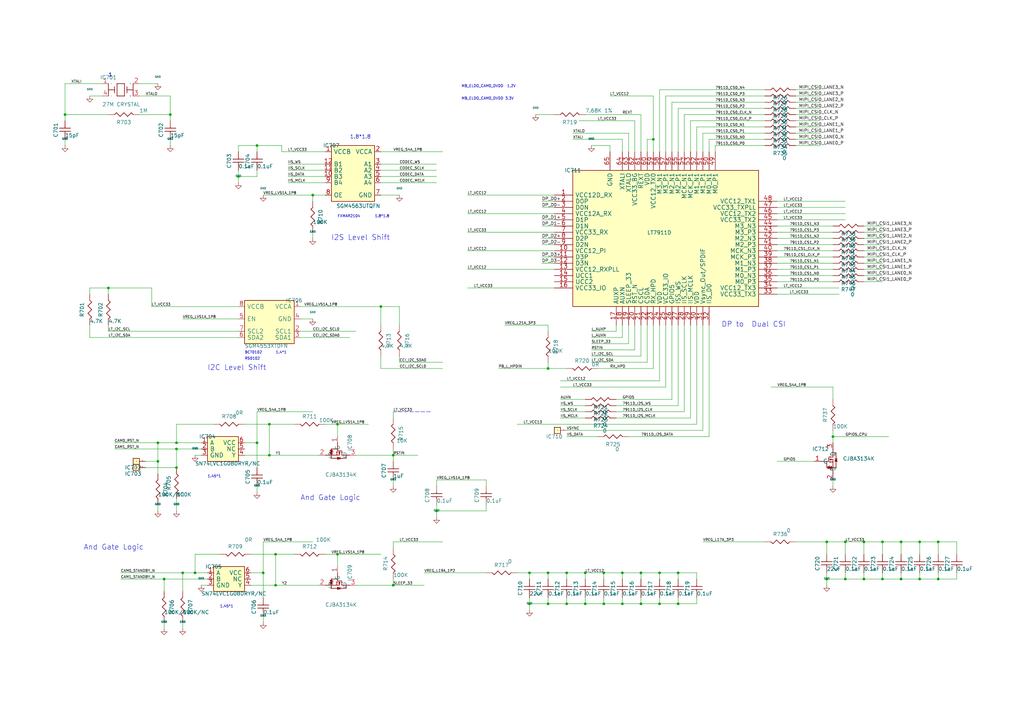
<source format=kicad_sch>
(kicad_sch (version 20211123) (generator eeschema)
  (paper "A3")
  (junction (at 97.79 72.39))
  (junction (at 341.63 179.07))
  (junction (at 138.43 227.33))
  (junction (at 267.97 57.15))
  (junction (at 240.03 234.95))
  (junction (at 72.39 184.15))
  (junction (at 26.67 46.99))
  (junction (at 361.95 237.49))
  (junction (at 369.57 222.25))
  (junction (at 128.27 80.01))
  (junction (at 217.17 234.95))
  (junction (at 110.49 186.69))
  (junction (at 107.95 234.95))
  (junction (at 67.31 237.49))
  (junction (at 247.65 247.65))
  (junction (at 255.27 234.95))
  (junction (at 278.13 234.95))
  (junction (at 69.85 46.99))
  (junction (at 354.33 222.25))
  (junction (at 369.57 237.49))
  (junction (at 156.21 125.73))
  (junction (at 179.07 209.55))
  (junction (at 113.03 227.33))
  (junction (at 44.45 118.11))
  (junction (at 339.09 222.25))
  (junction (at 72.39 191.77))
  (junction (at 354.33 237.49))
  (junction (at 240.03 247.65))
  (junction (at 138.43 173.99))
  (junction (at 346.71 222.25))
  (junction (at 377.19 237.49))
  (junction (at 232.41 247.65))
  (junction (at 232.41 234.95))
  (junction (at 224.79 234.95))
  (junction (at 247.65 234.95))
  (junction (at 262.89 234.95))
  (junction (at 339.09 237.49))
  (junction (at 110.49 173.99))
  (junction (at 161.29 240.03))
  (junction (at 161.29 186.69))
  (junction (at 64.77 189.23))
  (junction (at 224.79 247.65))
  (junction (at 270.51 234.95))
  (junction (at 72.39 181.61))
  (junction (at 105.41 59.69))
  (junction (at 384.81 237.49))
  (junction (at 74.93 234.95))
  (junction (at 270.51 247.65))
  (junction (at 262.89 247.65))
  (junction (at 346.71 237.49))
  (junction (at 80.01 234.95))
  (junction (at 255.27 247.65))
  (junction (at 64.77 181.61))
  (junction (at 217.17 247.65))
  (junction (at 361.95 222.25))
  (junction (at 384.81 222.25))
  (junction (at 377.19 222.25))
  (junction (at 113.03 240.03))
  (junction (at 105.41 181.61))
  (junction (at 278.13 247.65))
  (junction (at 224.79 151.13))
  (wire (pts (xy 234.95 57.15) (xy 255.27 57.15)))
  (wire (pts (xy 288.29 133.35) (xy 288.29 176.53)))
  (wire (pts (xy 237.49 49.53) (xy 260.35 49.53)))
  (wire (pts (xy 67.31 237.49) (xy 49.53 237.49)))
  (wire (pts (xy 217.17 234.95) (xy 212.09 234.95)))
  (wire (pts (xy 113.03 227.33) (xy 113.03 240.03)))
  (wire (pts (xy 105.41 59.69) (xy 105.41 62.23)))
  (wire (pts (xy 156.21 69.85) (xy 179.07 69.85)))
  (wire (pts (xy 313.69 59.69) (xy 293.37 59.69)))
  (wire (pts (xy 120.65 173.99) (xy 110.49 173.99)))
  (wire (pts (xy 392.43 237.49) (xy 384.81 237.49)))
  (wire (pts (xy 113.03 240.03) (xy 102.87 240.03)))
  (wire (pts (xy 156.21 125.73) (xy 123.19 125.73)))
  (wire (pts (xy 354.33 234.95) (xy 354.33 237.49)))
  (wire (pts (xy 293.37 59.69) (xy 293.37 62.23)))
  (wire (pts (xy 384.81 234.95) (xy 384.81 237.49)))
  (wire (pts (xy 285.75 247.65) (xy 278.13 247.65)))
  (wire (pts (xy 217.17 234.95) (xy 217.17 237.49)))
  (wire (pts (xy 224.79 133.35) (xy 207.01 133.35)))
  (wire (pts (xy 316.23 158.75) (xy 341.63 158.75)))
  (wire (pts (xy 240.03 245.11) (xy 240.03 247.65)))
  (wire (pts (xy 191.77 118.11) (xy 227.33 118.11)))
  (wire (pts (xy 133.35 80.01) (xy 128.27 80.01)))
  (wire (pts (xy 250.19 39.37) (xy 267.97 39.37)))
  (wire (pts (xy 361.95 222.25) (xy 354.33 222.25)))
  (wire (pts (xy 105.41 69.85) (xy 105.41 72.39)))
  (wire (pts (xy 265.43 133.35) (xy 265.43 148.59)))
  (wire (pts (xy 222.25 105.41) (xy 227.33 105.41)))
  (wire (pts (xy 36.83 118.11) (xy 44.45 118.11)))
  (wire (pts (xy 290.83 57.15) (xy 290.83 62.23)))
  (wire (pts (xy 69.85 39.37) (xy 69.85 46.99)))
  (wire (pts (xy 82.55 184.15) (xy 72.39 184.15)))
  (wire (pts (xy 273.05 39.37) (xy 313.69 39.37)))
  (wire (pts (xy 191.77 95.25) (xy 227.33 95.25)))
  (wire (pts (xy 278.13 234.95) (xy 278.13 237.49)))
  (wire (pts (xy 191.77 80.01) (xy 227.33 80.01)))
  (wire (pts (xy 128.27 168.91) (xy 105.41 168.91)))
  (wire (pts (xy 123.19 130.81) (xy 128.27 130.81)))
  (wire (pts (xy 318.77 105.41) (xy 341.63 105.41)))
  (wire (pts (xy 156.21 151.13) (xy 181.61 151.13)))
  (wire (pts (xy 275.59 163.83) (xy 252.73 163.83)))
  (wire (pts (xy 285.75 234.95) (xy 278.13 234.95)))
  (wire (pts (xy 273.05 133.35) (xy 273.05 158.75)))
  (wire (pts (xy 280.67 133.35) (xy 280.67 168.91)))
  (wire (pts (xy 156.21 227.33) (xy 138.43 227.33)))
  (wire (pts (xy 262.89 133.35) (xy 262.89 146.05)))
  (wire (pts (xy 341.63 196.85) (xy 341.63 199.39)))
  (wire (pts (xy 240.03 46.99) (xy 262.89 46.99)))
  (wire (pts (xy 326.39 54.61) (xy 336.55 54.61)))
  (wire (pts (xy 156.21 80.01) (xy 163.83 80.01)))
  (wire (pts (xy 57.15 46.99) (xy 69.85 46.99)))
  (wire (pts (xy 369.57 234.95) (xy 369.57 237.49)))
  (wire (pts (xy 80.01 186.69) (xy 82.55 186.69)))
  (wire (pts (xy 260.35 49.53) (xy 260.35 62.23)))
  (wire (pts (xy 173.99 234.95) (xy 199.39 234.95)))
  (wire (pts (xy 346.71 234.95) (xy 346.71 237.49)))
  (wire (pts (xy 26.67 34.29) (xy 26.67 46.99)))
  (wire (pts (xy 377.19 222.25) (xy 369.57 222.25)))
  (wire (pts (xy 283.21 133.35) (xy 283.21 171.45)))
  (wire (pts (xy 346.71 237.49) (xy 339.09 237.49)))
  (wire (pts (xy 161.29 240.03) (xy 146.05 240.03)))
  (wire (pts (xy 72.39 184.15) (xy 46.99 184.15)))
  (wire (pts (xy 97.79 72.39) (xy 97.79 74.93)))
  (wire (pts (xy 191.77 87.63) (xy 227.33 87.63)))
  (wire (pts (xy 290.83 57.15) (xy 313.69 57.15)))
  (wire (pts (xy 318.77 95.25) (xy 341.63 95.25)))
  (wire (pts (xy 110.49 173.99) (xy 100.33 173.99)))
  (wire (pts (xy 273.05 39.37) (xy 273.05 62.23)))
  (wire (pts (xy 217.17 247.65) (xy 217.17 250.19)))
  (wire (pts (xy 156.21 74.93) (xy 179.07 74.93)))
  (wire (pts (xy 326.39 46.99) (xy 336.55 46.99)))
  (wire (pts (xy 318.77 120.65) (xy 344.17 120.65)))
  (wire (pts (xy 156.21 67.31) (xy 179.07 67.31)))
  (wire (pts (xy 240.03 234.95) (xy 240.03 237.49)))
  (wire (pts (xy 224.79 148.59) (xy 224.79 151.13)))
  (wire (pts (xy 64.77 189.23) (xy 64.77 194.31)))
  (wire (pts (xy 285.75 133.35) (xy 285.75 173.99)))
  (wire (pts (xy 163.83 133.35) (xy 163.83 125.73)))
  (wire (pts (xy 110.49 173.99) (xy 110.49 186.69)))
  (wire (pts (xy 354.33 222.25) (xy 354.33 227.33)))
  (wire (pts (xy 222.25 97.79) (xy 227.33 97.79)))
  (wire (pts (xy 59.69 189.23) (xy 64.77 189.23)))
  (wire (pts (xy 128.27 80.01) (xy 107.95 80.01)))
  (wire (pts (xy 72.39 191.77) (xy 59.69 191.77)))
  (wire (pts (xy 318.77 115.57) (xy 341.63 115.57)))
  (wire (pts (xy 280.67 46.99) (xy 313.69 46.99)))
  (wire (pts (xy 232.41 245.11) (xy 232.41 247.65)))
  (wire (pts (xy 72.39 173.99) (xy 72.39 181.61)))
  (wire (pts (xy 285.75 52.07) (xy 285.75 62.23)))
  (wire (pts (xy 44.45 135.89) (xy 97.79 135.89)))
  (wire (pts (xy 354.33 105.41) (xy 361.95 105.41)))
  (wire (pts (xy 179.07 207.01) (xy 179.07 209.55)))
  (wire (pts (xy 62.23 125.73) (xy 97.79 125.73)))
  (wire (pts (xy 36.83 120.65) (xy 36.83 118.11)))
  (wire (pts (xy 262.89 234.95) (xy 255.27 234.95)))
  (wire (pts (xy 354.33 237.49) (xy 346.71 237.49)))
  (wire (pts (xy 232.41 151.13) (xy 224.79 151.13)))
  (wire (pts (xy 130.81 240.03) (xy 113.03 240.03)))
  (wire (pts (xy 377.19 234.95) (xy 377.19 237.49)))
  (wire (pts (xy 57.15 34.29) (xy 64.77 34.29)))
  (wire (pts (xy 290.83 133.35) (xy 290.83 179.07)))
  (wire (pts (xy 100.33 181.61) (xy 105.41 181.61)))
  (wire (pts (xy 341.63 179.07) (xy 364.49 179.07)))
  (wire (pts (xy 191.77 110.49) (xy 227.33 110.49)))
  (wire (pts (xy 128.27 80.01) (xy 128.27 82.55)))
  (wire (pts (xy 242.57 138.43) (xy 255.27 138.43)))
  (wire (pts (xy 369.57 237.49) (xy 361.95 237.49)))
  (wire (pts (xy 26.67 46.99) (xy 44.45 46.99)))
  (wire (pts (xy 118.11 74.93) (xy 133.35 74.93)))
  (wire (pts (xy 69.85 46.99) (xy 69.85 49.53)))
  (wire (pts (xy 156.21 146.05) (xy 156.21 151.13)))
  (wire (pts (xy 44.45 118.11) (xy 62.23 118.11)))
  (wire (pts (xy 270.51 245.11) (xy 270.51 247.65)))
  (wire (pts (xy 354.33 97.79) (xy 361.95 97.79)))
  (wire (pts (xy 179.07 196.85) (xy 179.07 199.39)))
  (wire (pts (xy 224.79 151.13) (xy 204.47 151.13)))
  (wire (pts (xy 392.43 227.33) (xy 392.43 222.25)))
  (wire (pts (xy 392.43 222.25) (xy 384.81 222.25)))
  (wire (pts (xy 278.13 133.35) (xy 278.13 166.37)))
  (wire (pts (xy 384.81 222.25) (xy 384.81 227.33)))
  (wire (pts (xy 199.39 199.39) (xy 199.39 196.85)))
  (wire (pts (xy 44.45 118.11) (xy 44.45 120.65)))
  (wire (pts (xy 156.21 62.23) (xy 181.61 62.23)))
  (wire (pts (xy 199.39 196.85) (xy 179.07 196.85)))
  (wire (pts (xy 120.65 227.33) (xy 113.03 227.33)))
  (wire (pts (xy 354.33 113.03) (xy 361.95 113.03)))
  (wire (pts (xy 173.99 240.03) (xy 161.29 240.03)))
  (wire (pts (xy 270.51 234.95) (xy 262.89 234.95)))
  (wire (pts (xy 232.41 234.95) (xy 232.41 237.49)))
  (wire (pts (xy 255.27 245.11) (xy 255.27 247.65)))
  (wire (pts (xy 222.25 107.95) (xy 227.33 107.95)))
  (wire (pts (xy 163.83 146.05) (xy 163.83 148.59)))
  (wire (pts (xy 267.97 151.13) (xy 245.11 151.13)))
  (wire (pts (xy 392.43 234.95) (xy 392.43 237.49)))
  (wire (pts (xy 257.81 133.35) (xy 257.81 140.97)))
  (wire (pts (xy 339.09 222.25) (xy 339.09 227.33)))
  (wire (pts (xy 354.33 115.57) (xy 361.95 115.57)))
  (wire (pts (xy 354.33 92.71) (xy 361.95 92.71)))
  (wire (pts (xy 105.41 181.61) (xy 105.41 191.77)))
  (wire (pts (xy 123.19 135.89) (xy 146.05 135.89)))
  (wire (pts (xy 384.81 237.49) (xy 377.19 237.49)))
  (wire (pts (xy 72.39 184.15) (xy 72.39 191.77)))
  (wire (pts (xy 107.95 222.25) (xy 107.95 234.95)))
  (wire (pts (xy 222.25 100.33) (xy 227.33 100.33)))
  (wire (pts (xy 288.29 222.25) (xy 313.69 222.25)))
  (wire (pts (xy 255.27 57.15) (xy 255.27 62.23)))
  (wire (pts (xy 341.63 176.53) (xy 341.63 179.07)))
  (wire (pts (xy 369.57 222.25) (xy 361.95 222.25)))
  (wire (pts (xy 326.39 57.15) (xy 336.55 57.15)))
  (wire (pts (xy 229.87 163.83) (xy 240.03 163.83)))
  (wire (pts (xy 247.65 234.95) (xy 240.03 234.95)))
  (wire (pts (xy 232.41 179.07) (xy 245.11 179.07)))
  (wire (pts (xy 361.95 234.95) (xy 361.95 237.49)))
  (wire (pts (xy 138.43 227.33) (xy 138.43 232.41)))
  (wire (pts (xy 318.77 189.23) (xy 334.01 189.23)))
  (wire (pts (xy 270.51 36.83) (xy 313.69 36.83)))
  (wire (pts (xy 199.39 209.55) (xy 179.07 209.55)))
  (wire (pts (xy 41.91 34.29) (xy 26.67 34.29)))
  (wire (pts (xy 242.57 135.89) (xy 252.73 135.89)))
  (wire (pts (xy 242.57 148.59) (xy 265.43 148.59)))
  (wire (pts (xy 191.77 102.87) (xy 227.33 102.87)))
  (wire (pts (xy 318.77 118.11) (xy 344.17 118.11)))
  (wire (pts (xy 67.31 255.27) (xy 67.31 257.81)))
  (wire (pts (xy 275.59 133.35) (xy 275.59 163.83)))
  (wire (pts (xy 105.41 199.39) (xy 105.41 201.93)))
  (wire (pts (xy 242.57 59.69) (xy 250.19 59.69)))
  (wire (pts (xy 128.27 95.25) (xy 128.27 97.79)))
  (wire (pts (xy 234.95 54.61) (xy 257.81 54.61)))
  (wire (pts (xy 283.21 171.45) (xy 252.73 171.45)))
  (wire (pts (xy 354.33 110.49) (xy 361.95 110.49)))
  (wire (pts (xy 318.77 113.03) (xy 341.63 113.03)))
  (wire (pts (xy 217.17 245.11) (xy 217.17 247.65)))
  (wire (pts (xy 97.79 69.85) (xy 97.79 72.39)))
  (wire (pts (xy 240.03 247.65) (xy 232.41 247.65)))
  (wire (pts (xy 255.27 234.95) (xy 255.27 237.49)))
  (wire (pts (xy 341.63 158.75) (xy 341.63 163.83)))
  (wire (pts (xy 318.77 82.55) (xy 346.71 82.55)))
  (wire (pts (xy 318.77 85.09) (xy 346.71 85.09)))
  (wire (pts (xy 222.25 85.09) (xy 227.33 85.09)))
  (wire (pts (xy 288.29 54.61) (xy 288.29 62.23)))
  (wire (pts (xy 161.29 186.69) (xy 146.05 186.69)))
  (wire (pts (xy 113.03 227.33) (xy 102.87 227.33)))
  (wire (pts (xy 74.93 130.81) (xy 97.79 130.81)))
  (wire (pts (xy 161.29 222.25) (xy 181.61 222.25)))
  (wire (pts (xy 283.21 49.53) (xy 313.69 49.53)))
  (wire (pts (xy 318.77 90.17) (xy 346.71 90.17)))
  (wire (pts (xy 346.71 222.25) (xy 339.09 222.25)))
  (wire (pts (xy 36.83 138.43) (xy 97.79 138.43)))
  (wire (pts (xy 270.51 36.83) (xy 270.51 62.23)))
  (wire (pts (xy 67.31 237.49) (xy 67.31 242.57)))
  (wire (pts (xy 318.77 92.71) (xy 341.63 92.71)))
  (wire (pts (xy 265.43 57.15) (xy 265.43 62.23)))
  (wire (pts (xy 278.13 234.95) (xy 270.51 234.95)))
  (wire (pts (xy 163.83 148.59) (xy 181.61 148.59)))
  (wire (pts (xy 247.65 247.65) (xy 240.03 247.65)))
  (wire (pts (xy 318.77 107.95) (xy 341.63 107.95)))
  (wire (pts (xy 240.03 234.95) (xy 232.41 234.95)))
  (wire (pts (xy 255.27 234.95) (xy 247.65 234.95)))
  (wire (pts (xy 262.89 245.11) (xy 262.89 247.65)))
  (wire (pts (xy 224.79 245.11) (xy 224.79 247.65)))
  (wire (pts (xy 97.79 59.69) (xy 105.41 59.69)))
  (wire (pts (xy 255.27 247.65) (xy 247.65 247.65)))
  (wire (pts (xy 285.75 52.07) (xy 313.69 52.07)))
  (wire (pts (xy 64.77 181.61) (xy 46.99 181.61)))
  (wire (pts (xy 270.51 247.65) (xy 262.89 247.65)))
  (wire (pts (xy 156.21 125.73) (xy 156.21 133.35)))
  (wire (pts (xy 283.21 49.53) (xy 283.21 62.23)))
  (wire (pts (xy 326.39 59.69) (xy 336.55 59.69)))
  (wire (pts (xy 72.39 181.61) (xy 64.77 181.61)))
  (wire (pts (xy 270.51 133.35) (xy 270.51 156.21)))
  (wire (pts (xy 377.19 222.25) (xy 377.19 227.33)))
  (wire (pts (xy 138.43 227.33) (xy 133.35 227.33)))
  (wire (pts (xy 161.29 224.79) (xy 161.29 222.25)))
  (wire (pts (xy 267.97 133.35) (xy 267.97 151.13)))
  (wire (pts (xy 82.55 240.03) (xy 85.09 240.03)))
  (wire (pts (xy 224.79 234.95) (xy 217.17 234.95)))
  (wire (pts (xy 105.41 59.69) (xy 115.57 59.69)))
  (wire (pts (xy 85.09 234.95) (xy 80.01 234.95)))
  (wire (pts (xy 247.65 245.11) (xy 247.65 247.65)))
  (wire (pts (xy 275.59 41.91) (xy 275.59 62.23)))
  (wire (pts (xy 318.77 102.87) (xy 341.63 102.87)))
  (wire (pts (xy 97.79 62.23) (xy 97.79 59.69)))
  (wire (pts (xy 105.41 168.91) (xy 105.41 181.61)))
  (wire (pts (xy 361.95 237.49) (xy 354.33 237.49)))
  (wire (pts (xy 252.73 135.89) (xy 252.73 133.35)))
  (wire (pts (xy 262.89 247.65) (xy 255.27 247.65)))
  (wire (pts (xy 156.21 72.39) (xy 179.07 72.39)))
  (wire (pts (xy 161.29 186.69) (xy 161.29 189.23)))
  (wire (pts (xy 224.79 247.65) (xy 217.17 247.65)))
  (wire (pts (xy 161.29 168.91) (xy 161.29 171.45)))
  (wire (pts (xy 224.79 234.95) (xy 224.79 237.49)))
  (wire (pts (xy 257.81 54.61) (xy 257.81 62.23)))
  (wire (pts (xy 262.89 146.05) (xy 242.57 146.05)))
  (wire (pts (xy 163.83 125.73) (xy 156.21 125.73)))
  (wire (pts (xy 171.45 186.69) (xy 161.29 186.69)))
  (wire (pts (xy 326.39 39.37) (xy 336.55 39.37)))
  (wire (pts (xy 110.49 186.69) (xy 100.33 186.69)))
  (wire (pts (xy 130.81 186.69) (xy 110.49 186.69)))
  (wire (pts (xy 222.25 90.17) (xy 227.33 90.17)))
  (wire (pts (xy 138.43 173.99) (xy 133.35 173.99)))
  (wire (pts (xy 161.29 237.49) (xy 161.29 240.03)))
  (wire (pts (xy 232.41 234.95) (xy 224.79 234.95)))
  (wire (pts (xy 229.87 171.45) (xy 240.03 171.45)))
  (wire (pts (xy 229.87 166.37) (xy 240.03 166.37)))
  (wire (pts (xy 179.07 209.55) (xy 179.07 212.09)))
  (wire (pts (xy 26.67 57.15) (xy 26.67 59.69)))
  (wire (pts (xy 278.13 247.65) (xy 270.51 247.65)))
  (wire (pts (xy 138.43 173.99) (xy 138.43 179.07)))
  (wire (pts (xy 107.95 252.73) (xy 107.95 255.27)))
  (wire (pts (xy 80.01 227.33) (xy 90.17 227.33)))
  (wire (pts (xy 270.51 234.95) (xy 270.51 237.49)))
  (wire (pts (xy 199.39 207.01) (xy 199.39 209.55)))
  (wire (pts (xy 222.25 92.71) (xy 227.33 92.71)))
  (wire (pts (xy 278.13 245.11) (xy 278.13 247.65)))
  (wire (pts (xy 161.29 196.85) (xy 161.29 199.39)))
  (wire (pts (xy 250.19 59.69) (xy 250.19 62.23)))
  (wire (pts (xy 341.63 179.07) (xy 341.63 181.61)))
  (wire (pts (xy 74.93 234.95) (xy 49.53 234.95)))
  (wire (pts (xy 278.13 44.45) (xy 313.69 44.45)))
  (wire (pts (xy 260.35 133.35) (xy 260.35 143.51)))
  (wire (pts (xy 354.33 100.33) (xy 361.95 100.33)))
  (wire (pts (xy 288.29 54.61) (xy 313.69 54.61)))
  (wire (pts (xy 278.13 166.37) (xy 252.73 166.37)))
  (wire (pts (xy 280.67 46.99) (xy 280.67 62.23)))
  (wire (pts (xy 285.75 245.11) (xy 285.75 247.65)))
  (wire (pts (xy 64.77 207.01) (xy 64.77 209.55)))
  (wire (pts (xy 115.57 62.23) (xy 133.35 62.23)))
  (wire (pts (xy 354.33 107.95) (xy 361.95 107.95)))
  (wire (pts (xy 318.77 87.63) (xy 346.71 87.63)))
  (wire (pts (xy 105.41 72.39) (xy 97.79 72.39)))
  (wire (pts (xy 80.01 234.95) (xy 80.01 227.33)))
  (wire (pts (xy 275.59 41.91) (xy 313.69 41.91)))
  (wire (pts (xy 285.75 173.99) (xy 212.09 173.99)))
  (wire (pts (xy 270.51 156.21) (xy 229.87 156.21)))
  (wire (pts (xy 354.33 95.25) (xy 361.95 95.25)))
  (wire (pts (xy 57.15 39.37) (xy 69.85 39.37)))
  (wire (pts (xy 74.93 255.27) (xy 74.93 257.81)))
  (wire (pts (xy 161.29 184.15) (xy 161.29 186.69)))
  (wire (pts (xy 280.67 168.91) (xy 252.73 168.91)))
  (wire (pts (xy 326.39 44.45) (xy 336.55 44.45)))
  (wire (pts (xy 278.13 44.45) (xy 278.13 62.23)))
  (wire (pts (xy 318.77 110.49) (xy 341.63 110.49)))
  (wire (pts (xy 62.23 118.11) (xy 62.23 125.73)))
  (wire (pts (xy 36.83 39.37) (xy 41.91 39.37)))
  (wire (pts (xy 74.93 234.95) (xy 74.93 242.57)))
  (wire (pts (xy 262.89 234.95) (xy 262.89 237.49)))
  (wire (pts (xy 326.39 52.07) (xy 336.55 52.07)))
  (wire (pts (xy 123.19 138.43) (xy 143.51 138.43)))
  (wire (pts (xy 26.67 46.99) (xy 26.67 49.53)))
  (wire (pts (xy 232.41 247.65) (xy 224.79 247.65)))
  (wire (pts (xy 318.77 97.79) (xy 341.63 97.79)))
  (wire (pts (xy 151.13 173.99) (xy 138.43 173.99)))
  (wire (pts (xy 339.09 237.49) (xy 339.09 240.03)))
  (wire (pts (xy 44.45 133.35) (xy 44.45 135.89)))
  (wire (pts (xy 87.63 173.99) (xy 72.39 173.99)))
  (wire (pts (xy 118.11 67.31) (xy 133.35 67.31)))
  (wire (pts (xy 222.25 82.55) (xy 227.33 82.55)))
  (wire (pts (xy 118.11 69.85) (xy 133.35 69.85)))
  (wire (pts (xy 354.33 102.87) (xy 361.95 102.87)))
  (wire (pts (xy 384.81 222.25) (xy 377.19 222.25)))
  (wire (pts (xy 64.77 181.61) (xy 64.77 189.23)))
  (wire (pts (xy 339.09 234.95) (xy 339.09 237.49)))
  (wire (pts (xy 326.39 36.83) (xy 336.55 36.83)))
  (polyline (pts (xy 176.53 168.91) (xy 161.29 168.91)))
  (wire (pts (xy 326.39 49.53) (xy 336.55 49.53)))
  (wire (pts (xy 369.57 222.25) (xy 369.57 227.33)))
  (wire (pts (xy 361.95 222.25) (xy 361.95 227.33)))
  (wire (pts (xy 273.05 158.75) (xy 229.87 158.75)))
  (wire (pts (xy 36.83 133.35) (xy 36.83 138.43)))
  (wire (pts (xy 377.19 237.49) (xy 369.57 237.49)))
  (wire (pts (xy 69.85 57.15) (xy 69.85 59.69)))
  (wire (pts (xy 318.77 100.33) (xy 341.63 100.33)))
  (wire (pts (xy 354.33 222.25) (xy 346.71 222.25)))
  (wire (pts (xy 267.97 57.15) (xy 267.97 62.23)))
  (wire (pts (xy 255.27 138.43) (xy 255.27 133.35)))
  (wire (pts (xy 82.55 181.61) (xy 72.39 181.61)))
  (wire (pts (xy 232.41 176.53) (xy 288.29 176.53)))
  (wire (pts (xy 339.09 222.25) (xy 326.39 222.25)))
  (wire (pts (xy 102.87 234.95) (xy 107.95 234.95)))
  (wire (pts (xy 107.95 234.95) (xy 107.95 245.11)))
  (wire (pts (xy 326.39 41.91) (xy 336.55 41.91)))
  (wire (pts (xy 267.97 39.37) (xy 267.97 57.15)))
  (wire (pts (xy 128.27 222.25) (xy 107.95 222.25)))
  (wire (pts (xy 290.83 179.07) (xy 257.81 179.07)))
  (wire (pts (xy 346.71 222.25) (xy 346.71 227.33)))
  (wire (pts (xy 257.81 140.97) (xy 242.57 140.97)))
  (wire (pts (xy 115.57 59.69) (xy 115.57 62.23)))
  (wire (pts (xy 247.65 234.95) (xy 247.65 237.49)))
  (wire (pts (xy 72.39 204.47) (xy 72.39 209.55)))
  (wire (pts (xy 118.11 72.39) (xy 133.35 72.39)))
  (wire (pts (xy 80.01 234.95) (xy 74.93 234.95)))
  (wire (pts (xy 219.71 46.99) (xy 227.33 46.99)))
  (wire (pts (xy 285.75 237.49) (xy 285.75 234.95)))
  (wire (pts (xy 229.87 168.91) (xy 240.03 168.91)))
  (wire (pts (xy 260.35 143.51) (xy 242.57 143.51)))
  (wire (pts (xy 224.79 135.89) (xy 224.79 133.35)))
  (wire (pts (xy 267.97 57.15) (xy 265.43 57.15)))
  (wire (pts (xy 262.89 46.99) (xy 262.89 62.23)))
  (wire (pts (xy 85.09 237.49) (xy 67.31 237.49)))
  (text "1.4*1" (at 113.03 145.288 0) (effects (font (size 1.0668 1.0668)) (justify left bottom)))
  (text "1.8*1.8" (at 153.67 89.408 0) (effects (font (size 1.0668 1.0668)) (justify left bottom)))
  (text "1" (at 44.45 31.75 0) (effects (font (size 1.524 1.524)) (justify left bottom)))
  (text "DP to  Dual CSI" (at 295.91 134.366 0) (effects (font (size 2.1336 2.1336)) (justify left bottom)))
  (text "And Gate Logic" (at 123.19 205.486 0) (effects (font (size 2.1336 2.1336)) (justify left bottom)))
  (text "1.8*1.8" (at 143.51 57.15 0) (effects (font (size 1.524 1.524)) (justify left bottom)))
  (text "MB_ELDO_CAM0_DVDD  1.2V" (at 189.23 36.068 0) (effects (font (size 1.0668 1.0668)) (justify left bottom)))
  (text "1.45*1" (at 85.09 196.088 0) (effects (font (size 1.0668 1.0668)) (justify left bottom)))
  (text "1" (at 44.45 31.75 0) (effects (font (size 1.524 1.524)) (justify left bottom)))
  (text "MB_ELDO_CAM0_DVDD 3.3V" (at 189.23 41.148 0) (effects (font (size 1.0668 1.0668)) (justify left bottom)))
  (text "1.45*1" (at 90.17 249.428 0) (effects (font (size 1.0668 1.0668)) (justify left bottom)))
  (text "And Gate Logic" (at 34.29 225.806 0) (effects (font (size 2.1336 2.1336)) (justify left bottom)))
  (text "BCT0102" (at 100.33 145.288 0) (effects (font (size 1.0668 1.0668)) (justify left bottom)))
  (text "RS0102" (at 100.33 147.828 0) (effects (font (size 1.0668 1.0668)) (justify left bottom)))
  (text "FXMAR2104" (at 138.43 89.408 0) (effects (font (size 1.0668 1.0668)) (justify left bottom)))
  (text "I2C Level Shift" (at 85.09 152.146 0) (effects (font (size 2.1336 2.1336)) (justify left bottom)))
  (text "I2S Level Shift" (at 135.89 98.806 0) (effects (font (size 2.1336 2.1336)) (justify left bottom)))
  (label "VREG_S4A_1P8" (at 105.41 168.91 0) (effects (font (size 1.0668 1.0668))))
  (label "LT_VCC33" (at 323.85 120.65 0) (effects (font (size 1.0668 1.0668))))
  (label "DP_D3+" (at 222.25 105.41 0))
  (label "Y1" (at 113.03 186.69 0) (effects (font (size 1.0668 1.0668))))
  (label "VREG_LVS1A_1P8" (at 74.93 130.81 0) (effects (font (size 1.0668 1.0668))))
  (label "MIPI_CSI0_LANE3_N" (at 327.66 36.83 0))
  (label "PB_L_HPDIN" (at 204.47 151.13 0) (effects (font (size 1.0668 1.0668))))
  (label "CAM1_STANDBY_N" (at 49.53 237.49 0) (effects (font (size 1.0668 1.0668))))
  (label "AUXN" (at 229.87 163.83 0) (effects (font (size 1.0668 1.0668))))
  (label "7911D_CS1_P0" (at 323.85 115.57 0) (effects (font (size 1.0668 1.0668))))
  (label "CAM1_RST_N" (at 46.99 184.15 0) (effects (font (size 1.0668 1.0668))))
  (label "MIPI_CSI0_LANE2_P" (at 327.66 44.45 0))
  (label "XTALI" (at 29.21 34.29 0) (effects (font (size 1.0668 1.0668))))
  (label "MIPI_CSI1_LANE2_N" (at 355.6 97.79 0))
  (label "7911D_CS0_P2" (at 293.37 44.45 0) (effects (font (size 1.0668 1.0668))))
  (label "CAM0_RST_N" (at 46.99 181.61 0) (effects (font (size 1.0668 1.0668))))
  (label "MIPI_CSI0_LANE0_P" (at 327.66 59.69 0))
  (label "IIS_DATA" (at 118.11 72.39 0) (effects (font (size 1.0668 1.0668))))
  (label "GPIO5" (at 255.27 163.83 0) (effects (font (size 1.0668 1.0668))))
  (label "CODEC_WS" (at 163.83 67.31 0) (effects (font (size 1.0668 1.0668))))
  (label "CCI_I2C_SCL0" (at 128.27 135.89 0) (effects (font (size 1.0668 1.0668))))
  (label "7911D_I2S_WS" (at 255.27 166.37 0) (effects (font (size 1.0668 1.0668))))
  (label "7911D_CS1_N0" (at 323.85 113.03 0) (effects (font (size 1.0668 1.0668))))
  (label "CCI_I2C_SDA0" (at 163.83 148.59 0) (effects (font (size 1.0668 1.0668))))
  (label "LT_VCC12" (at 191.77 80.01 0) (effects (font (size 1.0668 1.0668))))
  (label "LT_VCC12" (at 232.41 156.21 0) (effects (font (size 1.0668 1.0668))))
  (label "IIS_WS" (at 118.11 67.31 0) (effects (font (size 1.0668 1.0668))))
  (label "MIPI_CSI0_LANE2_N" (at 327.66 41.91 0))
  (label "VREG_L17A_3P3" (at 288.29 222.25 0) (effects (font (size 1.0668 1.0668))))
  (label "7911D_CS0_N3" (at 293.37 41.91 0) (effects (font (size 1.0668 1.0668))))
  (label "VREG_L19A_1P2" (at 173.99 234.95 0) (effects (font (size 1.0668 1.0668))))
  (label "LT_VCC33" (at 118.11 62.23 0) (effects (font (size 1.0668 1.0668))))
  (label "VREG_S4A_1P8" (at 161.29 62.23 0) (effects (font (size 1.0668 1.0668))))
  (label "7911D_CS0_CLK_P" (at 293.37 49.53 0) (effects (font (size 1.0668 1.0668))))
  (label "7911D_CS0_N1" (at 293.37 52.07 0) (effects (font (size 1.0668 1.0668))))
  (label "LT_VCC33" (at 163.83 222.25 0) (effects (font (size 1.0668 1.0668))))
  (label "LT_VCC33" (at 245.11 49.53 0) (effects (font (size 1.0668 1.0668))))
  (label "VREG_LVS1A_1P8" (at 107.95 80.01 0) (effects (font (size 1.0668 1.0668))))
  (label "MIPI_CSI1_LANE0_N" (at 355.6 113.03 0))
  (label "GPIO5_CPU" (at 346.71 179.07 0) (effects (font (size 1.0668 1.0668))))
  (label "XTALO" (at 234.95 54.61 0) (effects (font (size 1.0668 1.0668))))
  (label "CODEC_MCLK" (at 163.83 74.93 0) (effects (font (size 1.0668 1.0668))))
  (label "MIPI_CSI1_LANE1_N" (at 355.6 107.95 0))
  (label "RSTIN" (at 242.57 143.51 0) (effects (font (size 1.0668 1.0668))))
  (label "7911D_CS0_P1" (at 293.37 54.61 0) (effects (font (size 1.0668 1.0668))))
  (label "LT_VCC33" (at 234.95 158.75 0) (effects (font (size 1.0668 1.0668))))
  (label "SLEEP_33" (at 161.29 240.03 0) (effects (font (size 1.0668 1.0668))))
  (label "L_AUXN" (at 242.57 138.43 0) (effects (font (size 1.0668 1.0668))))
  (label "7911D_CS1_CLK_P" (at 321.31 105.41 0) (effects (font (size 1.0668 1.0668))))
  (label "IIS_DATA" (at 232.41 179.07 0) (effects (font (size 1.0668 1.0668))))
  (label "DP_D1-" (at 222.25 92.71 0))
  (label "LT_VCC33" (at 346.71 222.25 0) (effects (font (size 1.0668 1.0668))))
  (label "SLEEP_33" (at 242.57 140.97 0) (effects (font (size 1.0668 1.0668))))
  (label "LT_VCC12" (at 240.03 234.95 0) (effects (font (size 1.0668 1.0668))))
  (label "CCI_I2C_SCL0" (at 163.83 151.13 0) (effects (font (size 1.0668 1.0668))))
  (label "MIPI_CSI0_LANE0_N" (at 327.66 57.15 0))
  (label "XTALI" (at 234.95 57.15 0) (effects (font (size 1.0668 1.0668))))
  (label "LT_VCC33" (at 321.31 90.17 0) (effects (font (size 1.0668 1.0668))))
  (label "VREG_LVS1A_1P8" (at 135.89 227.33 0) (effects (font (size 1.0668 1.0668))))
  (label "MIPI_CSI1_LANE1_P" (at 355.6 110.49 0))
  (label "VSYNC" (at 232.41 176.53 0) (effects (font (size 1.0668 1.0668))))
  (label "LT_VCC13" (at 214.63 173.99 0) (effects (font (size 1.0668 1.0668))))
  (label "MIPI_CSI1_LANE2_P" (at 355.6 100.33 0))
  (label "7911D_I2S_MCLK" (at 255.27 171.45 0) (effects (font (size 1.0668 1.0668))))
  (label "VREG_LVS1A_1P8" (at 124.714 125.73 0) (effects (font (size 1.0668 1.0668))))
  (label "LT_I2C_SCL" (at 44.45 135.89 0) (effects (font (size 1.0668 1.0668))))
  (label "LT_VCC12" (at 321.31 87.63 0) (effects (font (size 1.0668 1.0668))))
  (label "DP_D2-" (at 222.25 100.33 0))
  (label "DP_D3-" (at 222.25 107.95 0))
  (label "CCI_I2C_SDA0" (at 128.27 138.43 0) (effects (font (size 1.0668 1.0668))))
  (label "MIPI_CSI0_CLK_N" (at 327.66 46.99 0))
  (label "IIS_MCLK" (at 229.87 171.45 0) (effects (font (size 1.0668 1.0668))))
  (label "VREG_S4A_1P8" (at 318.77 158.75 0) (effects (font (size 1.0668 1.0668))))
  (label "LT_VCC12" (at 250.19 39.37 0) (effects (font (size 1.0668 1.0668))))
  (label "VREG_L21A_3P3" (at 207.01 133.35 0) (effects (font (size 1.0668 1.0668))))
  (label "MIPI_CSI1_CLK_P" (at 355.6 105.41 0))
  (label "IIS_SCLK" (at 118.11 69.85 0) (effects (font (size 1.0668 1.0668))))
  (label "7911D_CS0_N0" (at 293.37 57.15 0) (effects (font (size 1.0668 1.0668))))
  (label "LT_VCC33" (at 191.77 95.25 0) (effects (font (size 1.0668 1.0668))))
  (label "LT_VCC33" (at 321.31 85.09 0) (effects (font (size 1.0668 1.0668))))
  (label "LT_VCC33" (at 62.23 125.73 0) (effects (font (size 1.0668 1.0668))))
  (label "DP_D1+" (at 222.25 90.17 0))
  (label "7911D_CS1_P3" (at 323.85 95.25 0) (effects (font (size 1.0668 1.0668))))
  (label "IIS_SCLK" (at 229.87 168.91 0) (effects (font (size 1.0668 1.0668))))
  (label "Y2" (at 115.57 240.03 0) (effects (font (size 1.0668 1.0668))))
  (label "LT_VCC12" (at 191.77 87.63 0) (effects (font (size 1.0668 1.0668))))
  (label "7911D_I2S_CLK" (at 255.27 168.91 0) (effects (font (size 1.0668 1.0668))))
  (label "LT_VCC12" (at 191.77 102.87 0) (effects (font (size 1.0668 1.0668))))
  (label "7911D_CS1_N3" (at 323.85 92.71 0) (effects (font (size 1.0668 1.0668))))
  (label "VREG_LVS1A_1P8" (at 135.89 173.99 0) (effects (font (size 1.0668 1.0668))))
  (label "VREG_S4A_1P8" (at 107.95 222.25 0) (effects (font (size 1.0668 1.0668))))
  (label "LT_I2C_SDA" (at 242.57 148.59 0) (effects (font (size 1.0668 1.0668))))
  (label "IIS_WS" (at 229.87 166.37 0) (effects (font (size 1.0668 1.0668))))
  (label "7911D_CS0_N4" (at 293.37 36.83 0) (effects (font (size 1.0668 1.0668))))
  (label "MIPI_CSI1_LANE3_N" (at 355.6 92.71 0))
  (label "LT_I2C_SCL" (at 242.57 146.05 0) (effects (font (size 1.0668 1.0668))))
  (label "XTALO" (at 59.69 39.37 0) (effects (font (size 1.0668 1.0668))))
  (label "LT_I2C_SDA" (at 44.45 138.43 0) (effects (font (size 1.0668 1.0668))))
  (label "MIPI_CSI0_CLK_P" (at 327.66 49.53 0))
  (label "VREG_LVS1A_1P8" (at 179.07 196.85 0) (effects (font (size 1.0668 1.0668))))
  (label "CODEC_SCLK" (at 163.83 69.85 0) (effects (font (size 1.0668 1.0668))))
  (label "LT_VCC33" (at 194.31 118.11 0) (effects (font (size 1.0668 1.0668))))
  (label "DP_D2+" (at 222.25 97.79 0))
  (label "7911D_CS1_CLK_N" (at 321.31 102.87 0) (effects (font (size 1.0668 1.0668))))
  (label "GPIO5" (at 321.31 189.23 0) (effects (font (size 1.0668 1.0668))))
  (label "7911D_CS0_P3" (at 293.37 39.37 0) (effects (font (size 1.0668 1.0668))))
  (label "LT_VCC33" (at 161.29 168.91 0) (effects (font (size 1.0668 1.0668))))
  (label "REXT" (at 255.27 46.99 0) (effects (font (size 1.0668 1.0668))))
  (label "MIPI_CSI0_LANE3_P" (at 327.66 39.37 0))
  (label "DP_D0+" (at 222.25 82.55 0))
  (label "7911D_CS0_P0" (at 293.37 59.69 0) (effects (font (size 1.0668 1.0668))))
  (label "CAM0_STANDBY_N" (at 49.53 234.95 0) (effects (font (size 1.0668 1.0668))))
  (label "7911D_CS1_P2" (at 323.85 100.33 0) (effects (font (size 1.0668 1.0668))))
  (label "DP_D0-" (at 222.25 85.09 0))
  (label "LT_VCC12" (at 191.77 110.49 0) (effects (font (size 1.0668 1.0668))))
  (label "7911D_CS1_P1" (at 323.85 110.49 0) (effects (font (size 1.0668 1.0668))))
  (label "RX_HPD" (at 250.19 151.13 0) (effects (font (size 1.0668 1.0668))))
  (label "7911D_CS0_CLK_N" (at 293.37 46.99 0) (effects (font (size 1.0668 1.0668))))
  (label "RSTIN" (at 161.29 186.69 0) (effects (font (size 1.0668 1.0668))))
  (label "MIPI_CSI0_LANE1_N" (at 327.66 52.07 0))
  (label "MIPI_CSI1_CLK_N" (at 355.6 102.87 0))
  (label "LT_VCC12" (at 321.31 82.55 0) (effects (font (size 1.0668 1.0668))))
  (label "L_AUXP" (at 242.57 135.89 0) (effects (font (size 1.0668 1.0668))))
  (label "LT_VCC12" (at 321.31 118.11 0) (effects (font (size 1.0668 1.0668))))
  (label "MIPI_CSI1_LANE3_P" (at 355.6 95.25 0))
  (label "CODEC_DATA" (at 163.83 72.39 0) (effects (font (size 1.0668 1.0668))))
  (label "7911D_CS1_N1" (at 323.85 107.95 0) (effects (font (size 1.0668 1.0668))))
  (label "7911D_I2S_DATA" (at 262.89 179.07 0) (effects (font (size 1.0668 1.0668))))
  (label "7911D_CS1_N2" (at 323.85 97.79 0) (effects (font (size 1.0668 1.0668))))
  (label "MIPI_CSI0_LANE1_P" (at 327.66 54.61 0))
  (label "IIS_MCLK" (at 118.11 74.93 0) (effects (font (size 1.0668 1.0668))))
  (label "MIPI_CSI1_LANE0_P" (at 355.6 115.57 0))
  (symbol (lib_id "Wireless Video Glass:R") (at 69.85 252.73 180) (unit 1)
    (property "Reference" "R706" (at 70.485 248.92 90) (effects (font (size 1.524 1.524))))
    (property "Value" "100K/NC" (at 67.31 251.968 0) (effects (font (size 1.524 1.524)) (justify right top)))
  )
  (symbol (lib_id "Wireless Video Glass:C") (at 252.73 240.03 0) (unit 1)
    (property "Reference" "C715" (at 251.46 241.3 90) (effects (font (size 1.524 1.524))))
    (property "Value" "0.1uF" (at 255.27 244.348 0) (effects (font (size 1.524 1.524)) (justify left bottom)))
  )
  (symbol (lib_id "Wireless Video Glass:C") (at 102.87 64.77 0) (unit 1)
    (property "Reference" "C704" (at 101.6 66.04 90) (effects (font (size 1.524 1.524))))
    (property "Value" "0.1uF" (at 105.41 69.088 0) (effects (font (size 1.524 1.524)) (justify left bottom)))
  )
  (symbol (lib_id "Wireless Video Glass:C") (at 105.41 247.65 0) (unit 1)
    (property "Reference" "C706" (at 104.14 248.92 90) (effects (font (size 1.524 1.524))))
    (property "Value" "0.1uF" (at 107.95 251.968 0) (effects (font (size 1.524 1.524)) (justify left bottom)))
  )
  (symbol (lib_id "Wireless Video Glass:R") (at 351.79 100.33 270) (mirror x) (unit 1)
    (property "Reference" "R740" (at 347.98 100.965 90) (effects (font (size 1.524 1.524))))
    (property "Value" "0" (at 350.52 102.108 90) (effects (font (size 1.524 1.524)) (justify right bottom)))
  )
  (symbol (lib_id "Wireless Video Glass:R") (at 229.87 49.53 90) (unit 1)
    (property "Reference" "R719" (at 233.68 50.165 90) (effects (font (size 1.524 1.524))))
    (property "Value" "7.68K 1%" (at 240.03 46.228 90) (effects (font (size 1.524 1.524)) (justify right top)))
  )
  (symbol (lib_id "Wireless Video Glass:R") (at 67.31 204.47 180) (unit 1)
    (property "Reference" "R704" (at 67.945 200.66 90) (effects (font (size 1.524 1.524))))
    (property "Value" "100K/NC" (at 64.77 203.708 0) (effects (font (size 1.524 1.524)) (justify right top)))
  )
  (symbol (lib_id "Wireless Video Glass:R") (at 351.79 102.87 270) (mirror x) (unit 1)
    (property "Reference" "R741" (at 347.98 103.505 90) (effects (font (size 1.524 1.524))))
    (property "Value" "0" (at 350.52 104.648 90) (effects (font (size 1.524 1.524)) (justify right bottom)))
  )
  (symbol (lib_id "Wireless Video Glass:R") (at 69.85 194.31 0) (unit 1)
    (property "Reference" "R705" (at 69.215 198.12 90) (effects (font (size 1.524 1.524))))
    (property "Value" "100K" (at 72.39 203.708 0) (effects (font (size 1.524 1.524)) (justify left bottom)))
  )
  (symbol (lib_id "Wireless Video Glass:R") (at 242.57 148.59 270) (unit 1)
    (property "Reference" "R720" (at 238.76 147.955 90) (effects (font (size 1.524 1.524))))
    (property "Value" "0R" (at 242.57 150.368 90) (effects (font (size 1.524 1.524)) (justify left bottom)))
  )
  (symbol (lib_id "Wireless Video Glass:R") (at 166.37 143.51 180) (unit 1)
    (property "Reference" "R716" (at 167.005 139.7 90) (effects (font (size 1.524 1.524))))
    (property "Value" "4.7K" (at 163.83 142.748 0) (effects (font (size 1.524 1.524)) (justify right top)))
  )
  (symbol (lib_id "Wireless Video Glass:R") (at 97.79 171.45 270) (unit 1)
    (property "Reference" "R708" (at 93.98 170.815 90) (effects (font (size 1.524 1.524))))
    (property "Value" "0R" (at 96.52 170.18 90) (effects (font (size 1.524 1.524)) (justify left bottom)))
  )
  (symbol (lib_id "Wireless Video Glass:C") (at 260.35 240.03 0) (unit 1)
    (property "Reference" "C716" (at 259.08 241.3 90) (effects (font (size 1.524 1.524))))
    (property "Value" "0.1uF" (at 262.89 244.348 0) (effects (font (size 1.524 1.524)) (justify left bottom)))
  )
  (symbol (lib_id "LT7911D-SchDoc-rescue:SN74LVC1G38DSF-") (at 87.63 232.41 0) (unit 1)
    (property "Reference" "IC705" (at 87.63 232.41 0) (effects (font (size 1.524 1.524))))
    (property "Value" "SN74LVC1G08DRYR/NC" (at 82.55 244.348 0) (effects (font (size 1.524 1.524)) (justify left bottom)))
  )
  (symbol (lib_id "Wireless Video Glass:C") (at 267.97 240.03 0) (unit 1)
    (property "Reference" "C717" (at 266.7 241.3 90) (effects (font (size 1.524 1.524))))
    (property "Value" "0.1uF" (at 270.51 244.348 0) (effects (font (size 1.524 1.524)) (justify left bottom)))
  )
  (symbol (lib_id "LT7911D-SchDoc-rescue:TXB0104RUT_0-") (at 135.89 59.69 0) (unit 1)
    (property "Reference" "IC707" (at 135.89 59.69 0) (effects (font (size 1.524 1.524))))
    (property "Value" "SGM4563UTQFN" (at 137.922 85.344 0) (effects (font (size 1.524 1.524)) (justify left bottom)))
  )
  (symbol (lib_id "Wireless Video Glass:C") (at 222.25 240.03 0) (unit 1)
    (property "Reference" "C711" (at 220.98 241.3 90) (effects (font (size 1.524 1.524))))
    (property "Value" "0.1uF" (at 224.79 244.348 0) (effects (font (size 1.524 1.524)) (justify left bottom)))
  )
  (symbol (lib_id "Wireless Video Glass:R") (at 227.33 146.05 180) (unit 1)
    (property "Reference" "R718" (at 227.965 142.24 90) (effects (font (size 1.524 1.524))))
    (property "Value" "100K" (at 224.79 144.78 0) (effects (font (size 1.524 1.524)) (justify right top)))
  )
  (symbol (lib_id "Wireless Video Glass:R") (at 339.09 166.37 0) (unit 1)
    (property "Reference" "R737" (at 338.455 170.18 90) (effects (font (size 1.524 1.524))))
    (property "Value" "100K" (at 341.63 175.768 0) (effects (font (size 1.524 1.524)) (justify left bottom)))
  )
  (symbol (lib_id "Wireless Video Glass:C") (at 158.75 191.77 0) (unit 1)
    (property "Reference" "C707" (at 157.48 193.04 90) (effects (font (size 1.524 1.524))))
    (property "Value" "1uF" (at 161.29 196.088 0) (effects (font (size 1.524 1.524)) (justify left bottom)))
  )
  (symbol (lib_id "LT7911D-SchDoc-rescue:T_POINT_S-") (at 227.33 179.07 0) (mirror x) (unit 1)
    (property "Reference" "IC710" (at 227.33 179.07 0) (effects (font (size 1.524 1.524))))
  )
  (symbol (lib_id "Wireless Video Glass:R") (at 209.55 232.41 270) (unit 1)
    (property "Reference" "R717" (at 205.74 231.775 90) (effects (font (size 1.524 1.524))))
    (property "Value" "0" (at 208.28 231.14 90) (effects (font (size 1.524 1.524)) (justify left bottom)))
  )
  (symbol (lib_id "Wireless Video Glass:R") (at 323.85 46.99 270) (mirror x) (unit 1)
    (property "Reference" "R729" (at 320.04 47.625 90) (effects (font (size 1.524 1.524))))
    (property "Value" "0" (at 322.58 48.768 90) (effects (font (size 1.524 1.524)) (justify right bottom)))
  )
  (symbol (lib_id "Wireless Video Glass:C") (at 176.53 201.93 0) (unit 1)
    (property "Reference" "C708" (at 175.26 203.2 90) (effects (font (size 1.524 1.524))))
    (property "Value" "0.1uF" (at 179.07 206.248 0) (effects (font (size 1.524 1.524)) (justify left bottom)))
  )
  (symbol (lib_id "Wireless Video Glass:R") (at 163.83 181.61 180) (unit 1)
    (property "Reference" "R715" (at 164.465 177.8 90) (effects (font (size 1.524 1.524))))
    (property "Value" "10K" (at 162.56 181.61 0) (effects (font (size 1.524 1.524)) (justify right top)))
  )
  (symbol (lib_id "Wireless Video Glass:C") (at 229.87 240.03 0) (unit 1)
    (property "Reference" "C712" (at 228.6 241.3 90) (effects (font (size 1.524 1.524))))
    (property "Value" "0.1uF" (at 232.41 244.348 0) (effects (font (size 1.524 1.524)) (justify left bottom)))
  )
  (symbol (lib_id "Wireless Video Glass:R") (at 34.29 130.81 0) (mirror x) (unit 1)
    (property "Reference" "R701" (at 33.655 127 90) (effects (font (size 1.524 1.524))))
    (property "Value" "4.7K" (at 36.83 132.588 0) (effects (font (size 1.524 1.524)) (justify left top)))
  )
  (symbol (lib_id "Wireless Video Glass:C") (at 196.85 201.93 0) (unit 1)
    (property "Reference" "C709" (at 195.58 203.2 90) (effects (font (size 1.524 1.524))))
    (property "Value" "0.1uF" (at 199.39 206.248 0) (effects (font (size 1.524 1.524)) (justify left bottom)))
  )
  (symbol (lib_id "Wireless Video Glass:C") (at 214.63 240.03 0) (unit 1)
    (property "Reference" "C710" (at 213.36 241.3 90) (effects (font (size 1.524 1.524))))
    (property "Value" "22uF" (at 217.17 244.348 0) (effects (font (size 1.524 1.524)) (justify left bottom)))
  )
  (symbol (lib_id "Wireless Video Glass:R") (at 323.85 41.91 270) (mirror x) (unit 1)
    (property "Reference" "R727" (at 320.04 42.545 90) (effects (font (size 1.524 1.524))))
    (property "Value" "0" (at 322.58 43.688 90) (effects (font (size 1.524 1.524)) (justify right bottom)))
  )
  (symbol (lib_id "Wireless Video Glass:R") (at 158.75 227.33 0) (unit 1)
    (property "Reference" "R714" (at 158.115 231.14 90) (effects (font (size 1.524 1.524))))
    (property "Value" "100K" (at 161.29 236.728 0) (effects (font (size 1.524 1.524)) (justify left bottom)))
  )
  (symbol (lib_id "Wireless Video Glass:R") (at 323.85 219.71 270) (unit 1)
    (property "Reference" "R736" (at 320.04 219.075 90) (effects (font (size 1.524 1.524))))
    (property "Value" "0" (at 322.58 218.44 90) (effects (font (size 1.524 1.524)) (justify left bottom)))
  )
  (symbol (lib_id "Wireless Video Glass:R") (at 250.19 166.37 270) (mirror x) (unit 1)
    (property "Reference" "R721" (at 246.38 167.005 90) (effects (font (size 1.524 1.524))))
    (property "Value" "0" (at 248.92 168.148 90) (effects (font (size 1.524 1.524)) (justify right bottom)))
  )
  (symbol (lib_id "Wireless Video Glass:C") (at 237.49 240.03 0) (unit 1)
    (property "Reference" "C713" (at 236.22 241.3 90) (effects (font (size 1.524 1.524))))
    (property "Value" "0.1uF" (at 240.03 244.348 0) (effects (font (size 1.524 1.524)) (justify left bottom)))
  )
  (symbol (lib_id "Wireless Video Glass:R") (at 255.27 181.61 270) (mirror x) (unit 1)
    (property "Reference" "R725" (at 251.46 182.245 90) (effects (font (size 1.524 1.524))))
    (property "Value" "0" (at 254 183.388 90) (effects (font (size 1.524 1.524)) (justify right bottom)))
  )
  (symbol (lib_id "LT7911D-SchDoc-rescue:TPM2008P3_3-") (at 336.55 184.15 0) (unit 1)
    (property "Reference" "IC712" (at 336.55 184.15 0) (effects (font (size 1.524 1.524))))
    (property "Value" "CJBA3134K" (at 345.694 188.976 0) (effects (font (size 1.524 1.524)) (justify left bottom)))
  )
  (symbol (lib_id "Wireless Video Glass:R") (at 351.79 105.41 270) (mirror x) (unit 1)
    (property "Reference" "R742" (at 347.98 106.045 90) (effects (font (size 1.524 1.524))))
    (property "Value" "0" (at 350.52 107.188 90) (effects (font (size 1.524 1.524)) (justify right bottom)))
  )
  (symbol (lib_id "Wireless Video Glass:R") (at 46.99 49.53 90) (unit 1)
    (property "Reference" "R703" (at 50.8 50.165 90) (effects (font (size 1.524 1.524))))
    (property "Value" "1M" (at 57.15 46.228 90) (effects (font (size 1.524 1.524)) (justify right top)))
  )
  (symbol (lib_id "Wireless Video Glass:R") (at 323.85 49.53 270) (mirror x) (unit 1)
    (property "Reference" "R730" (at 320.04 50.165 90) (effects (font (size 1.524 1.524))))
    (property "Value" "0" (at 322.58 51.308 90) (effects (font (size 1.524 1.524)) (justify right bottom)))
  )
  (symbol (lib_id "Wireless Video Glass:C") (at 245.11 240.03 0) (unit 1)
    (property "Reference" "C714" (at 243.84 241.3 90) (effects (font (size 1.524 1.524))))
    (property "Value" "0.1uF" (at 247.65 244.348 0) (effects (font (size 1.524 1.524)) (justify left bottom)))
  )
  (symbol (lib_id "Wireless Video Glass:R") (at 351.79 107.95 270) (mirror x) (unit 1)
    (property "Reference" "R743" (at 347.98 108.585 90) (effects (font (size 1.524 1.524))))
    (property "Value" "0" (at 350.52 109.728 90) (effects (font (size 1.524 1.524)) (justify right bottom)))
  )
  (symbol (lib_id "LT7911D-SchDoc-rescue:T_POINT_S-") (at 54.61 194.31 0) (mirror x) (unit 1)
    (property "Reference" "IC703" (at 54.61 194.31 0) (effects (font (size 1.524 1.524))))
  )
  (symbol (lib_id "Wireless Video Glass:C") (at 67.31 52.07 0) (unit 1)
    (property "Reference" "C702" (at 66.04 53.34 90) (effects (font (size 1.524 1.524))))
    (property "Value" "15pF" (at 69.85 56.388 0) (effects (font (size 1.524 1.524)) (justify left bottom)))
  )
  (symbol (lib_id "Wireless Video Glass:R") (at 323.85 52.07 270) (mirror x) (unit 1)
    (property "Reference" "R731" (at 320.04 52.705 90) (effects (font (size 1.524 1.524))))
    (property "Value" "0" (at 322.58 53.848 90) (effects (font (size 1.524 1.524)) (justify right bottom)))
  )
  (symbol (lib_id "Wireless Video Glass:C") (at 95.25 64.77 0) (unit 1)
    (property "Reference" "C703" (at 93.98 66.04 90) (effects (font (size 1.524 1.524))))
    (property "Value" "0.1uF" (at 97.79 69.088 0) (effects (font (size 1.524 1.524)) (justify left bottom)))
  )
  (symbol (lib_id "Wireless Video Glass:R") (at 77.47 252.73 180) (unit 1)
    (property "Reference" "R707" (at 78.105 248.92 90) (effects (font (size 1.524 1.524))))
    (property "Value" "100K/NC" (at 74.93 251.968 0) (effects (font (size 1.524 1.524)) (justify right top)))
  )
  (symbol (lib_id "LT7911D-SchDoc-rescue:CRYSTAL4_SM_0-") (at 44.45 31.75 0) (unit 1)
    (property "Reference" "IC701" (at 44.45 31.75 0) (effects (font (size 1.524 1.524))))
    (property "Value" "27M CRYSTAL" (at 41.91 43.688 0) (effects (font (size 1.524 1.524)) (justify left bottom)))
  )
  (symbol (lib_id "Wireless Video Glass:R") (at 323.85 54.61 270) (mirror x) (unit 1)
    (property "Reference" "R732" (at 320.04 55.245 90) (effects (font (size 1.524 1.524))))
    (property "Value" "0" (at 322.58 56.388 90) (effects (font (size 1.524 1.524)) (justify right bottom)))
  )
  (symbol (lib_id "Wireless Video Glass:R") (at 130.81 171.45 270) (unit 1)
    (property "Reference" "R711" (at 127 170.815 90) (effects (font (size 1.524 1.524))))
    (property "Value" "100K" (at 130.81 173.228 90) (effects (font (size 1.524 1.524)) (justify left bottom)))
  )
  (symbol (lib_id "Wireless Video Glass:R") (at 323.85 59.69 270) (mirror x) (unit 1)
    (property "Reference" "R734" (at 320.04 60.325 90) (effects (font (size 1.524 1.524))))
    (property "Value" "0" (at 322.58 61.468 90) (effects (font (size 1.524 1.524)) (justify right bottom)))
  )
  (symbol (lib_id "Wireless Video Glass:R") (at 351.79 115.57 270) (mirror x) (unit 1)
    (property "Reference" "R746" (at 347.98 116.205 90) (effects (font (size 1.524 1.524))))
    (property "Value" "0" (at 350.52 117.348 90) (effects (font (size 1.524 1.524)) (justify right bottom)))
  )
  (symbol (lib_id "LT7911D-SchDoc-rescue:SN74LVC1G38DSF-") (at 85.09 179.07 0) (unit 1)
    (property "Reference" "IC704" (at 85.09 179.07 0) (effects (font (size 1.524 1.524))))
    (property "Value" "SN74LVC1G08DRYR/NC" (at 80.01 191.008 0) (effects (font (size 1.524 1.524)) (justify left bottom)))
  )
  (symbol (lib_id "LT7911D-SchDoc-rescue:T_POINT_S-") (at 54.61 191.77 0) (mirror x) (unit 1)
    (property "Reference" "IC702" (at 54.61 191.77 0) (effects (font (size 1.524 1.524))))
  )
  (symbol (lib_id "Wireless Video Glass:C") (at 389.89 229.87 0) (unit 1)
    (property "Reference" "C727" (at 388.62 231.14 90) (effects (font (size 1.524 1.524))))
    (property "Value" "0.1uF" (at 392.43 234.188 0) (effects (font (size 1.524 1.524)) (justify left bottom)))
  )
  (symbol (lib_id "Wireless Video Glass:R") (at 323.85 57.15 270) (mirror x) (unit 1)
    (property "Reference" "R733" (at 320.04 57.785 90) (effects (font (size 1.524 1.524))))
    (property "Value" "0" (at 322.58 58.928 90) (effects (font (size 1.524 1.524)) (justify right bottom)))
  )
  (symbol (lib_id "LT7911D-SchDoc-rescue:TPM2008P3_3-") (at 143.51 181.61 270) (unit 1)
    (property "Reference" "IC708" (at 143.51 181.61 0) (effects (font (size 1.524 1.524))))
    (property "Value" "CJBA3134K" (at 133.35 195.58 90) (effects (font (size 1.524 1.524)) (justify left bottom)))
  )
  (symbol (lib_id "Wireless Video Glass:C") (at 24.13 52.07 0) (unit 1)
    (property "Reference" "C701" (at 22.86 53.34 90) (effects (font (size 1.524 1.524))))
    (property "Value" "15pF" (at 26.67 56.388 0) (effects (font (size 1.524 1.524)) (justify left bottom)))
  )
  (symbol (lib_id "Wireless Video Glass:R") (at 323.85 62.23 270) (mirror x) (unit 1)
    (property "Reference" "R735" (at 320.04 62.865 90) (effects (font (size 1.524 1.524))))
    (property "Value" "0" (at 322.58 64.008 90) (effects (font (size 1.524 1.524)) (justify right bottom)))
  )
  (symbol (lib_id "Wireless Video Glass:R") (at 351.79 118.11 270) (mirror x) (unit 1)
    (property "Reference" "R747" (at 347.98 118.745 90) (effects (font (size 1.524 1.524))))
    (property "Value" "0" (at 350.52 119.888 90) (effects (font (size 1.524 1.524)) (justify right bottom)))
  )
  (symbol (lib_id "Wireless Video Glass:C") (at 344.17 229.87 0) (unit 1)
    (property "Reference" "C721" (at 342.9 231.14 90) (effects (font (size 1.524 1.524))))
    (property "Value" "0.1uF" (at 346.71 234.188 0) (effects (font (size 1.524 1.524)) (justify left bottom)))
  )
  (symbol (lib_id "Wireless Video Glass:R") (at 100.33 224.79 270) (unit 1)
    (property "Reference" "R709" (at 96.52 224.155 90) (effects (font (size 1.524 1.524))))
    (property "Value" "0R" (at 100.33 222.25 90) (effects (font (size 1.524 1.524)) (justify left bottom)))
  )
  (symbol (lib_id "Wireless Video Glass:R") (at 351.79 95.25 270) (mirror x) (unit 1)
    (property "Reference" "R738" (at 347.98 95.885 90) (effects (font (size 1.524 1.524))))
    (property "Value" "0" (at 350.52 97.028 90) (effects (font (size 1.524 1.524)) (justify right bottom)))
  )
  (symbol (lib_id "Wireless Video Glass:R") (at 250.19 168.91 270) (mirror x) (unit 1)
    (property "Reference" "R722" (at 246.38 169.545 90) (effects (font (size 1.524 1.524))))
    (property "Value" "0" (at 248.92 170.688 90) (effects (font (size 1.524 1.524)) (justify right bottom)))
  )
  (symbol (lib_id "Wireless Video Glass:C") (at 351.79 229.87 0) (unit 1)
    (property "Reference" "C722" (at 350.52 231.14 90) (effects (font (size 1.524 1.524))))
    (property "Value" "0.1uF" (at 354.33 234.188 0) (effects (font (size 1.524 1.524)) (justify left bottom)))
  )
  (symbol (lib_id "Wireless Video Glass:C") (at 102.87 194.31 0) (unit 1)
    (property "Reference" "C705" (at 101.6 195.58 90) (effects (font (size 1.524 1.524))))
    (property "Value" "0.1uF" (at 105.41 198.628 0) (effects (font (size 1.524 1.524)) (justify left bottom)))
  )
  (symbol (lib_id "Wireless Video Glass:R") (at 351.79 97.79 270) (mirror x) (unit 1)
    (property "Reference" "R739" (at 347.98 98.425 90) (effects (font (size 1.524 1.524))))
    (property "Value" "0" (at 350.52 99.568 90) (effects (font (size 1.524 1.524)) (justify right bottom)))
  )
  (symbol (lib_id "Wireless Video Glass:R") (at 250.19 171.45 270) (mirror x) (unit 1)
    (property "Reference" "R723" (at 246.38 172.085 90) (effects (font (size 1.524 1.524))))
    (property "Value" "0" (at 248.92 173.228 90) (effects (font (size 1.524 1.524)) (justify right bottom)))
  )
  (symbol (lib_id "Wireless Video Glass:C") (at 359.41 229.87 0) (unit 1)
    (property "Reference" "C723" (at 358.14 231.14 90) (effects (font (size 1.524 1.524))))
    (property "Value" "0.1uF" (at 361.95 234.188 0) (effects (font (size 1.524 1.524)) (justify left bottom)))
  )
  (symbol (lib_id "LT7911D-SchDoc-rescue:TPM2008P3_4-") (at 143.51 234.95 270) (unit 1)
    (property "Reference" "IC709" (at 143.51 234.95 0) (effects (font (size 1.524 1.524))))
    (property "Value" "CJBA3134K" (at 133.35 248.92 90) (effects (font (size 1.524 1.524)) (justify left bottom)))
  )
  (symbol (lib_id "Wireless Video Glass:C") (at 367.03 229.87 0) (unit 1)
    (property "Reference" "C724" (at 365.76 231.14 90) (effects (font (size 1.524 1.524))))
    (property "Value" "0.1uF" (at 369.57 234.188 0) (effects (font (size 1.524 1.524)) (justify left bottom)))
  )
  (symbol (lib_id "Wireless Video Glass:R") (at 158.75 143.51 180) (unit 1)
    (property "Reference" "R713" (at 159.385 139.7 90) (effects (font (size 1.524 1.524))))
    (property "Value" "4.7K" (at 156.21 142.748 0) (effects (font (size 1.524 1.524)) (justify right top)))
  )
  (symbol (lib_id "Wireless Video Glass:C") (at 275.59 240.03 0) (unit 1)
    (property "Reference" "C718" (at 274.32 241.3 90) (effects (font (size 1.524 1.524))))
    (property "Value" "0.1uF" (at 278.13 244.348 0) (effects (font (size 1.524 1.524)) (justify left bottom)))
  )
  (symbol (lib_id "Wireless Video Glass:R") (at 351.79 110.49 270) (mirror x) (unit 1)
    (property "Reference" "R744" (at 347.98 111.125 90) (effects (font (size 1.524 1.524))))
    (property "Value" "0" (at 350.52 112.268 90) (effects (font (size 1.524 1.524)) (justify right bottom)))
  )
  (symbol (lib_id "Wireless Video Glass:R") (at 130.81 224.79 270) (unit 1)
    (property "Reference" "R712" (at 127 224.155 90) (effects (font (size 1.524 1.524))))
    (property "Value" "100K" (at 129.54 222.25 90) (effects (font (size 1.524 1.524)) (justify left bottom)))
  )
  (symbol (lib_id "Wireless Video Glass:C") (at 374.65 229.87 0) (unit 1)
    (property "Reference" "C725" (at 373.38 231.14 90) (effects (font (size 1.524 1.524))))
    (property "Value" "0.1uF" (at 377.19 234.188 0) (effects (font (size 1.524 1.524)) (justify left bottom)))
  )
  (symbol (lib_id "Wireless Video Glass:C") (at 336.55 229.87 0) (unit 1)
    (property "Reference" "C720" (at 335.28 231.14 90) (effects (font (size 1.524 1.524))))
    (property "Value" "22uF" (at 339.09 234.188 0) (effects (font (size 1.524 1.524)) (justify left bottom)))
  )
  (symbol (lib_id "Wireless Video Glass:R") (at 323.85 44.45 270) (mirror x) (unit 1)
    (property "Reference" "R728" (at 320.04 45.085 90) (effects (font (size 1.524 1.524))))
    (property "Value" "0" (at 322.58 46.228 90) (effects (font (size 1.524 1.524)) (justify right bottom)))
  )
  (symbol (lib_id "LT7911D-SchDoc-rescue:LT7911D-") (at 234.95 69.85 0) (unit 1)
    (property "Reference" "IC711" (at 234.95 69.85 0) (effects (font (size 1.524 1.524))))
    (property "Value" "LT7911D" (at 265.43 96.266 0) (effects (font (size 1.524 1.524)) (justify left bottom)))
  )
  (symbol (lib_id "Wireless Video Glass:C") (at 283.21 240.03 0) (unit 1)
    (property "Reference" "C719" (at 281.94 241.3 90) (effects (font (size 1.524 1.524))))
    (property "Value" "0.1uF" (at 285.75 244.348 0) (effects (font (size 1.524 1.524)) (justify left bottom)))
  )
  (symbol (lib_id "Wireless Video Glass:R") (at 250.19 173.99 270) (mirror x) (unit 1)
    (property "Reference" "R724" (at 246.38 174.625 90) (effects (font (size 1.524 1.524))))
    (property "Value" "0" (at 248.92 175.768 90) (effects (font (size 1.524 1.524)) (justify right bottom)))
  )
  (symbol (lib_id "Wireless Video Glass:R") (at 130.81 92.71 180) (unit 1)
    (property "Reference" "R710" (at 131.445 88.9 90) (effects (font (size 1.524 1.524))))
    (property "Value" "100K" (at 128.27 91.948 0) (effects (font (size 1.524 1.524)) (justify right top)))
  )
  (symbol (lib_id "Wireless Video Glass:R") (at 41.91 130.81 0) (mirror x) (unit 1)
    (property "Reference" "R702" (at 41.275 127 90) (effects (font (size 1.524 1.524))))
    (property "Value" "4.7K" (at 44.45 132.588 0) (effects (font (size 1.524 1.524)) (justify left top)))
  )
  (symbol (lib_id "Wireless Video Glass:R") (at 351.79 113.03 270) (mirror x) (unit 1)
    (property "Reference" "R745" (at 347.98 113.665 90) (effects (font (size 1.524 1.524))))
    (property "Value" "0" (at 350.52 114.808 90) (effects (font (size 1.524 1.524)) (justify right bottom)))
  )
  (symbol (lib_id "Wireless Video Glass:C") (at 382.27 229.87 0) (unit 1)
    (property "Reference" "C726" (at 381 231.14 90) (effects (font (size 1.524 1.524))))
    (property "Value" "0.1uF" (at 384.81 234.188 0) (effects (font (size 1.524 1.524)) (justify left bottom)))
  )
  (symbol (lib_id "LT7911D-SchDoc-rescue:PCA9306X2SON_5-") (at 120.65 123.19 0) (mirror y) (unit 1)
    (property "Reference" "IC706" (at 120.65 123.19 0) (effects (font (size 1.524 1.524))))
    (property "Value" "SGM4553XTDFN" (at 100.33 142.748 0) (effects (font (size 1.524 1.524)) (justify right bottom)))
  )
  (symbol (lib_id "Wireless Video Glass:R") (at 323.85 39.37 270) (mirror x) (unit 1)
    (property "Reference" "R726" (at 320.04 40.005 90) (effects (font (size 1.524 1.524))))
    (property "Value" "0" (at 322.58 41.148 90) (effects (font (size 1.524 1.524)) (justify right bottom)))
  )
  (symbol (lib_id "power:GND") (at 97.79 74.93 0) (unit 1)
    (property "Reference" "#PWR0711" (effects hide))
    (property "Value" "GND" (at 97.79 72.136 0) (effects (font (size 0.762 0.762))))
  )
  (symbol (lib_id "power:GND") (at 341.63 199.39 0) (unit 1)
    (property "Reference" "#PWR0724" (effects hide))
    (property "Value" "GND" (at 341.63 196.596 0) (effects (font (size 0.762 0.762))))
  )
  (symbol (lib_id "power:GND") (at 74.93 257.81 0) (unit 1)
    (property "Reference" "#PWR0708" (effects hide))
    (property "Value" "GND" (at 74.93 255.016 0) (effects (font (size 0.762 0.762))))
  )
  (symbol (lib_id "power:GND") (at 67.31 257.81 0) (unit 1)
    (property "Reference" "#PWR0705" (effects hide))
    (property "Value" "GND" (at 67.31 255.016 0) (effects (font (size 0.762 0.762))))
  )
  (symbol (lib_id "power:GND") (at 64.77 209.55 0) (unit 1)
    (property "Reference" "#PWR0704" (effects hide))
    (property "Value" "GND" (at 64.77 206.756 0) (effects (font (size 0.762 0.762))))
  )
  (symbol (lib_id "power:GND") (at 128.27 130.81 0) (unit 1)
    (property "Reference" "#PWR0716" (effects hide))
    (property "Value" "GND" (at 128.27 128.016 0) (effects (font (size 0.762 0.762))))
  )
  (symbol (lib_id "power:GND") (at 72.39 209.55 0) (unit 1)
    (property "Reference" "#PWR0707" (effects hide))
    (property "Value" "GND" (at 72.39 206.756 0) (effects (font (size 0.762 0.762))))
  )
  (symbol (lib_id "power:GND") (at 107.95 80.01 0) (unit 1)
    (property "Reference" "#PWR0713" (effects hide))
    (property "Value" "VREG_LVS1A_1P8" (at 107.95 77.216 0) (effects (font (size 0.762 0.762))))
  )
  (symbol (lib_id "power:GND") (at 217.17 250.19 0) (unit 1)
    (property "Reference" "#PWR0720" (effects hide))
    (property "Value" "GND" (at 217.17 247.396 0) (effects (font (size 0.762 0.762))))
  )
  (symbol (lib_id "power:GND") (at 128.27 97.79 0) (unit 1)
    (property "Reference" "#PWR0715" (effects hide))
    (property "Value" "GND" (at 128.27 94.996 0) (effects (font (size 0.762 0.762))))
  )
  (symbol (lib_id "power:GND") (at 105.41 201.93 0) (unit 1)
    (property "Reference" "#PWR0712" (effects hide))
    (property "Value" "GND" (at 105.41 199.136 0) (effects (font (size 0.762 0.762))))
  )
  (symbol (lib_id "power:GND") (at 161.29 199.39 0) (unit 1)
    (property "Reference" "#PWR0717" (effects hide))
    (property "Value" "GND" (at 161.29 196.596 0) (effects (font (size 0.762 0.762))))
  )
  (symbol (lib_id "power:GND") (at 179.07 212.09 0) (unit 1)
    (property "Reference" "#PWR0719" (effects hide))
    (property "Value" "GND" (at 179.07 209.296 0) (effects (font (size 0.762 0.762))))
  )
  (symbol (lib_id "power:GND") (at 163.83 80.01 0) (unit 1)
    (property "Reference" "#PWR0718" (effects hide))
    (property "Value" "GND" (at 163.83 77.216 0) (effects (font (size 0.762 0.762))))
  )
  (symbol (lib_id "power:GND") (at 339.09 240.03 0) (unit 1)
    (property "Reference" "#PWR0723" (effects hide))
    (property "Value" "GND" (at 339.09 237.236 0) (effects (font (size 0.762 0.762))))
  )
  (symbol (lib_id "power:GND") (at 107.95 255.27 0) (unit 1)
    (property "Reference" "#PWR0714" (effects hide))
    (property "Value" "GND" (at 107.95 252.476 0) (effects (font (size 0.762 0.762))))
  )
  (symbol (lib_id "power:GND") (at 82.55 240.03 0) (unit 1)
    (property "Reference" "#PWR0710" (effects hide))
    (property "Value" "GND" (at 82.55 237.236 0) (effects (font (size 0.762 0.762))))
  )
  (symbol (lib_id "power:GND") (at 80.01 186.69 0) (unit 1)
    (property "Reference" "#PWR0709" (effects hide))
    (property "Value" "GND" (at 80.01 183.896 0) (effects (font (size 0.762 0.762))))
  )
  (symbol (lib_id "power:GND") (at 64.77 34.29 0) (unit 1)
    (property "Reference" "#PWR0703" (effects hide))
    (property "Value" "GND" (at 64.77 31.496 0) (effects (font (size 0.762 0.762))))
  )
  (symbol (lib_id "power:GND") (at 36.83 39.37 0) (unit 1)
    (property "Reference" "#PWR0702" (effects hide))
    (property "Value" "GND" (at 36.83 36.576 0) (effects (font (size 0.762 0.762))))
  )
  (symbol (lib_id "power:GND") (at 69.85 59.69 0) (unit 1)
    (property "Reference" "#PWR0706" (effects hide))
    (property "Value" "GND" (at 69.85 56.896 0) (effects (font (size 0.762 0.762))))
  )
  (symbol (lib_id "power:GND") (at 26.67 59.69 0) (unit 1)
    (property "Reference" "#PWR0701" (effects hide))
    (property "Value" "GND" (at 26.67 56.896 0) (effects (font (size 0.762 0.762))))
  )
  (symbol (lib_id "power:GND") (at 219.71 46.99 0) (unit 1)
    (property "Reference" "#PWR0721" (effects hide))
    (property "Value" "GND" (at 219.71 44.196 0) (effects (font (size 0.762 0.762))))
  )
  (symbol (lib_id "power:GND") (at 242.57 59.69 0) (unit 1)
    (property "Reference" "#PWR0722" (effects hide))
    (property "Value" "GND" (at 242.57 56.896 0) (effects (font (size 0.762 0.762))))
  )
)
</source>
